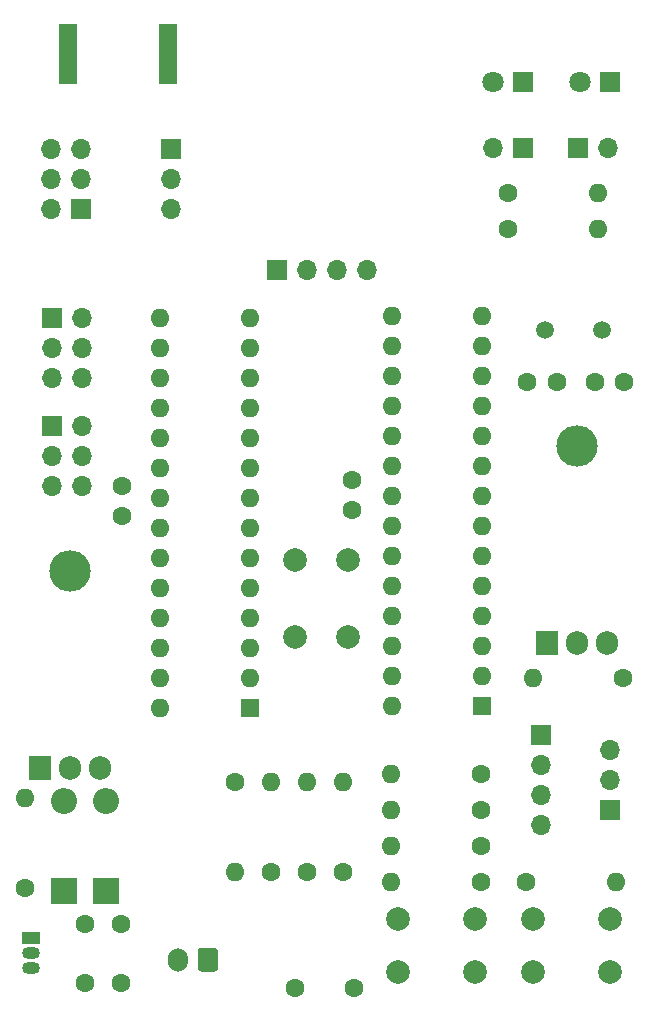
<source format=gbr>
G04 #@! TF.GenerationSoftware,KiCad,Pcbnew,(5.1.7)-1*
G04 #@! TF.CreationDate,2021-01-29T19:27:48+01:00*
G04 #@! TF.ProjectId,powiloc,706f7769-6c6f-4632-9e6b-696361645f70,rev?*
G04 #@! TF.SameCoordinates,Original*
G04 #@! TF.FileFunction,Soldermask,Bot*
G04 #@! TF.FilePolarity,Negative*
%FSLAX46Y46*%
G04 Gerber Fmt 4.6, Leading zero omitted, Abs format (unit mm)*
G04 Created by KiCad (PCBNEW (5.1.7)-1) date 2021-01-29 19:27:48*
%MOMM*%
%LPD*%
G01*
G04 APERTURE LIST*
%ADD10O,1.700000X1.700000*%
%ADD11R,1.700000X1.700000*%
%ADD12O,1.600000X1.600000*%
%ADD13R,1.600000X1.600000*%
%ADD14C,1.500000*%
%ADD15R,1.500000X5.080000*%
%ADD16O,1.700000X2.000000*%
%ADD17C,2.000000*%
%ADD18C,1.600000*%
%ADD19O,1.905000X2.000000*%
%ADD20R,1.905000X2.000000*%
%ADD21O,3.500000X3.500000*%
%ADD22R,2.200000X2.200000*%
%ADD23O,2.200000X2.200000*%
%ADD24R,1.800000X1.800000*%
%ADD25C,1.800000*%
%ADD26O,1.500000X1.050000*%
%ADD27R,1.500000X1.050000*%
G04 APERTURE END LIST*
D10*
X121666000Y-93472000D03*
X119126000Y-93472000D03*
X121666000Y-90932000D03*
X119126000Y-90932000D03*
X121666000Y-88392000D03*
D11*
X119126000Y-88392000D03*
D12*
X128270000Y-112268000D03*
X135890000Y-79248000D03*
X128270000Y-109728000D03*
X135890000Y-81788000D03*
X128270000Y-107188000D03*
X135890000Y-84328000D03*
X128270000Y-104648000D03*
X135890000Y-86868000D03*
X128270000Y-102108000D03*
X135890000Y-89408000D03*
X128270000Y-99568000D03*
X135890000Y-91948000D03*
X128270000Y-97028000D03*
X135890000Y-94488000D03*
X128270000Y-94488000D03*
X135890000Y-97028000D03*
X128270000Y-91948000D03*
X135890000Y-99568000D03*
X128270000Y-89408000D03*
X135890000Y-102108000D03*
X128270000Y-86868000D03*
X135890000Y-104648000D03*
X128270000Y-84328000D03*
X135890000Y-107188000D03*
X128270000Y-81788000D03*
X135890000Y-109728000D03*
X128270000Y-79248000D03*
D13*
X135890000Y-112268000D03*
D12*
X147955000Y-112141000D03*
X155575000Y-79121000D03*
X147955000Y-109601000D03*
X155575000Y-81661000D03*
X147955000Y-107061000D03*
X155575000Y-84201000D03*
X147955000Y-104521000D03*
X155575000Y-86741000D03*
X147955000Y-101981000D03*
X155575000Y-89281000D03*
X147955000Y-99441000D03*
X155575000Y-91821000D03*
X147955000Y-96901000D03*
X155575000Y-94361000D03*
X147955000Y-94361000D03*
X155575000Y-96901000D03*
X147955000Y-91821000D03*
X155575000Y-99441000D03*
X147955000Y-89281000D03*
X155575000Y-101981000D03*
X147955000Y-86741000D03*
X155575000Y-104521000D03*
X147955000Y-84201000D03*
X155575000Y-107061000D03*
X147955000Y-81661000D03*
X155575000Y-109601000D03*
X147955000Y-79121000D03*
D13*
X155575000Y-112141000D03*
D14*
X160855000Y-80264000D03*
X165735000Y-80264000D03*
D10*
X166370000Y-115824000D03*
X166370000Y-118364000D03*
D11*
X166370000Y-120904000D03*
D15*
X120464000Y-56896000D03*
X128964000Y-56896000D03*
D16*
X129834000Y-133604000D03*
G36*
G01*
X133184000Y-132854000D02*
X133184000Y-134354000D01*
G75*
G02*
X132934000Y-134604000I-250000J0D01*
G01*
X131734000Y-134604000D01*
G75*
G02*
X131484000Y-134354000I0J250000D01*
G01*
X131484000Y-132854000D01*
G75*
G02*
X131734000Y-132604000I250000J0D01*
G01*
X132934000Y-132604000D01*
G75*
G02*
X133184000Y-132854000I0J-250000D01*
G01*
G37*
D17*
X148440000Y-134620000D03*
X148440000Y-130120000D03*
X154940000Y-134620000D03*
X154940000Y-130120000D03*
D12*
X147828000Y-127000000D03*
D18*
X155448000Y-127000000D03*
D11*
X129171700Y-64960500D03*
D10*
X129171700Y-67500500D03*
X129171700Y-70040500D03*
X119049800Y-64960500D03*
X121589800Y-64960500D03*
X119049800Y-67500500D03*
X121589800Y-67500500D03*
X119049800Y-70040500D03*
D11*
X121589800Y-70040500D03*
D10*
X166243000Y-64897000D03*
D11*
X163703000Y-64897000D03*
D19*
X166116000Y-106807000D03*
X163576000Y-106807000D03*
D20*
X161036000Y-106807000D03*
D21*
X163576000Y-90147000D03*
D19*
X123190000Y-117348000D03*
X120650000Y-117348000D03*
D20*
X118110000Y-117348000D03*
D21*
X120650000Y-100688000D03*
D10*
X160528000Y-122174000D03*
X160528000Y-119634000D03*
X160528000Y-117094000D03*
D11*
X160528000Y-114554000D03*
D10*
X145796000Y-75184000D03*
X143256000Y-75184000D03*
X140716000Y-75184000D03*
D11*
X138176000Y-75184000D03*
D18*
X121894600Y-135559800D03*
X121894600Y-130559800D03*
X124968000Y-135556000D03*
X124968000Y-130556000D03*
X144700000Y-136017000D03*
X139700000Y-136017000D03*
X165100000Y-84709000D03*
X167600000Y-84709000D03*
X161885000Y-84709000D03*
X159385000Y-84709000D03*
X125031500Y-93512000D03*
X125031500Y-96012000D03*
X144526000Y-95504000D03*
X144526000Y-93004000D03*
D22*
X120142000Y-127762000D03*
D23*
X120142000Y-120142000D03*
X123698000Y-120142000D03*
D22*
X123698000Y-127762000D03*
D24*
X159004000Y-59309000D03*
D25*
X156464000Y-59309000D03*
X163830000Y-59309000D03*
D24*
X166370000Y-59309000D03*
D10*
X121666000Y-84328000D03*
X119126000Y-84328000D03*
X121666000Y-81788000D03*
X119126000Y-81788000D03*
X121666000Y-79248000D03*
D11*
X119126000Y-79248000D03*
D18*
X116840000Y-127508000D03*
D12*
X116840000Y-119888000D03*
X159893000Y-109728000D03*
D18*
X167513000Y-109728000D03*
X140716000Y-126174500D03*
D12*
X140716000Y-118554500D03*
X143764000Y-118554500D03*
D18*
X143764000Y-126174500D03*
X137668000Y-126174500D03*
D12*
X137668000Y-118554500D03*
X134620000Y-126174500D03*
D18*
X134620000Y-118554500D03*
X155448000Y-117856000D03*
D12*
X147828000Y-117856000D03*
D18*
X159258000Y-127000000D03*
D12*
X166878000Y-127000000D03*
X147828000Y-120904000D03*
D18*
X155448000Y-120904000D03*
X155448000Y-123952000D03*
D12*
X147828000Y-123952000D03*
X165354000Y-68707000D03*
D18*
X157734000Y-68707000D03*
D12*
X165354000Y-71755000D03*
D18*
X157734000Y-71755000D03*
D17*
X144200000Y-106299000D03*
X139700000Y-106299000D03*
X144200000Y-99799000D03*
X139700000Y-99799000D03*
X159870000Y-134620000D03*
X159870000Y-130120000D03*
X166370000Y-134620000D03*
X166370000Y-130120000D03*
D10*
X156464000Y-64897000D03*
D11*
X159004000Y-64897000D03*
D26*
X117348000Y-133032500D03*
X117348000Y-134302500D03*
D27*
X117348000Y-131762500D03*
M02*

</source>
